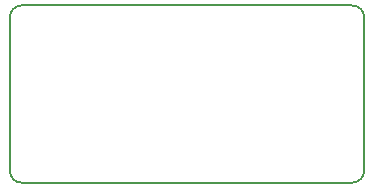
<source format=gbr>
G04 #@! TF.GenerationSoftware,KiCad,Pcbnew,(5.1.5-0-10_14)*
G04 #@! TF.CreationDate,2020-08-30T13:38:49+03:00*
G04 #@! TF.ProjectId,miniRGBii,6d696e69-5247-4426-9969-2e6b69636164,rev?*
G04 #@! TF.SameCoordinates,Original*
G04 #@! TF.FileFunction,Profile,NP*
%FSLAX46Y46*%
G04 Gerber Fmt 4.6, Leading zero omitted, Abs format (unit mm)*
G04 Created by KiCad (PCBNEW (5.1.5-0-10_14)) date 2020-08-30 13:38:49*
%MOMM*%
%LPD*%
G04 APERTURE LIST*
%ADD10C,0.150000*%
G04 APERTURE END LIST*
D10*
X183000000Y-68000000D02*
X183000000Y-55000000D01*
X212000000Y-69000000D02*
X184000000Y-69000000D01*
X213000000Y-55000000D02*
X213000000Y-68000000D01*
X184000000Y-54000000D02*
X212000000Y-54000000D01*
X213000000Y-68000000D02*
G75*
G02X212000000Y-69000000I-1000000J0D01*
G01*
X212000000Y-54000000D02*
G75*
G02X213000000Y-55000000I0J-1000000D01*
G01*
X184000000Y-69000000D02*
G75*
G02X183000000Y-68000000I0J1000000D01*
G01*
X183000000Y-55000000D02*
G75*
G02X184000000Y-54000000I1000000J0D01*
G01*
M02*

</source>
